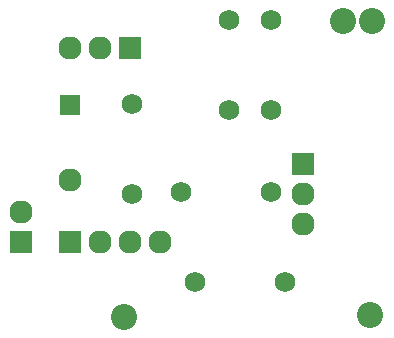
<source format=gbr>
G04 DipTrace 3.3.1.1*
G04 RECU_BLU-TopMask.gbr*
%MOIN*%
G04 #@! TF.FileFunction,Soldermask,Top*
G04 #@! TF.Part,Single*
%ADD27C,0.0771*%
%ADD29R,0.068X0.068*%
%ADD31C,0.068*%
%ADD33C,0.068*%
%ADD35C,0.0871*%
%ADD37C,0.0771*%
%ADD39R,0.0771X0.0771*%
%FSLAX26Y26*%
G04*
G70*
G90*
G75*
G01*
G04 TopMask*
%LPD*%
D39*
X1409000Y974000D3*
D37*
Y874000D3*
Y774000D3*
D35*
X1639000Y1449000D3*
X1544000D3*
D33*
X1304000Y1454000D3*
Y1154000D3*
X1164000Y1454000D3*
Y1154000D3*
X839000Y1174000D3*
Y874000D3*
X1304000Y879000D3*
X1004000D3*
D39*
X834000Y1359000D3*
D37*
X734000D3*
X634000D3*
D33*
X1049000Y579000D3*
D31*
X1349000D3*
D39*
X634000Y714000D3*
D37*
X734000D3*
X834000D3*
X934000D3*
D39*
X469000D3*
D37*
Y814000D3*
D35*
X814000Y464000D3*
D29*
X634000Y1168999D3*
D27*
Y918999D3*
D35*
X1634000Y469000D3*
M02*

</source>
